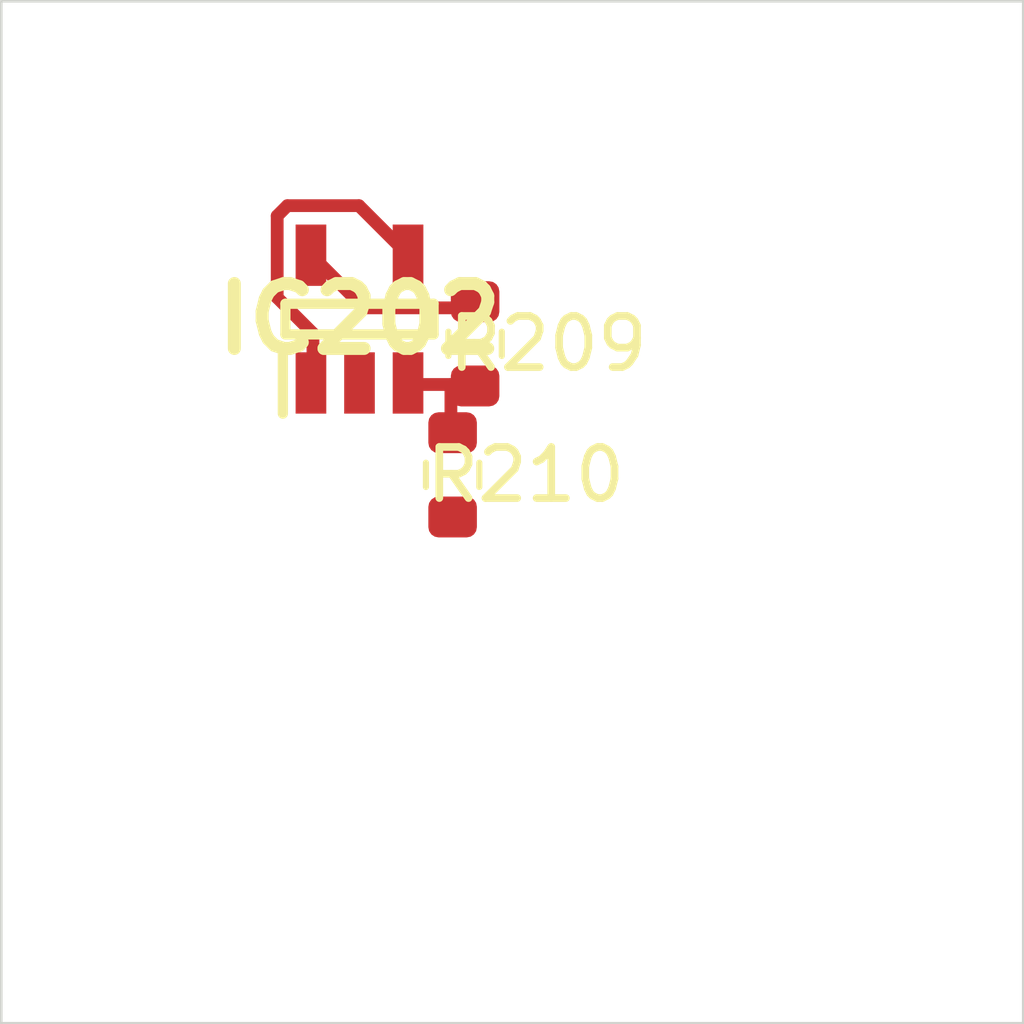
<source format=kicad_pcb>
 ( kicad_pcb  ( version 20171130 )
 ( host pcbnew 5.1.12-84ad8e8a86~92~ubuntu18.04.1 )
 ( general  ( thickness 1.6 )
 ( drawings 4 )
 ( tracks 0 )
 ( zones 0 )
 ( modules 3 )
 ( nets 5 )
)
 ( page A4 )
 ( layers  ( 0 F.Cu signal )
 ( 31 B.Cu signal )
 ( 32 B.Adhes user )
 ( 33 F.Adhes user )
 ( 34 B.Paste user )
 ( 35 F.Paste user )
 ( 36 B.SilkS user )
 ( 37 F.SilkS user )
 ( 38 B.Mask user )
 ( 39 F.Mask user )
 ( 40 Dwgs.User user )
 ( 41 Cmts.User user )
 ( 42 Eco1.User user )
 ( 43 Eco2.User user )
 ( 44 Edge.Cuts user )
 ( 45 Margin user )
 ( 46 B.CrtYd user )
 ( 47 F.CrtYd user )
 ( 48 B.Fab user )
 ( 49 F.Fab user )
)
 ( setup  ( last_trace_width 0.25 )
 ( trace_clearance 0.2 )
 ( zone_clearance 0.508 )
 ( zone_45_only no )
 ( trace_min 0.2 )
 ( via_size 0.8 )
 ( via_drill 0.4 )
 ( via_min_size 0.4 )
 ( via_min_drill 0.3 )
 ( uvia_size 0.3 )
 ( uvia_drill 0.1 )
 ( uvias_allowed no )
 ( uvia_min_size 0.2 )
 ( uvia_min_drill 0.1 )
 ( edge_width 0.05 )
 ( segment_width 0.2 )
 ( pcb_text_width 0.3 )
 ( pcb_text_size 1.5 1.5 )
 ( mod_edge_width 0.12 )
 ( mod_text_size 1 1 )
 ( mod_text_width 0.15 )
 ( pad_size 1.524 1.524 )
 ( pad_drill 0.762 )
 ( pad_to_mask_clearance 0 )
 ( aux_axis_origin 0 0 )
 ( visible_elements FFFFFF7F )
 ( pcbplotparams  ( layerselection 0x010fc_ffffffff )
 ( usegerberextensions false )
 ( usegerberattributes true )
 ( usegerberadvancedattributes true )
 ( creategerberjobfile true )
 ( excludeedgelayer true )
 ( linewidth 0.100000 )
 ( plotframeref false )
 ( viasonmask false )
 ( mode 1 )
 ( useauxorigin false )
 ( hpglpennumber 1 )
 ( hpglpenspeed 20 )
 ( hpglpendiameter 15.000000 )
 ( psnegative false )
 ( psa4output false )
 ( plotreference true )
 ( plotvalue true )
 ( plotinvisibletext false )
 ( padsonsilk false )
 ( subtractmaskfromsilk false )
 ( outputformat 1 )
 ( mirror false )
 ( drillshape 1 )
 ( scaleselection 1 )
 ( outputdirectory "" )
)
)
 ( net 0 "" )
 ( net 1 GND )
 ( net 2 VDDA )
 ( net 3 /Sheet6235D886/vp )
 ( net 4 "Net-(IC202-Pad3)" )
 ( net_class Default "This is the default net class."  ( clearance 0.2 )
 ( trace_width 0.25 )
 ( via_dia 0.8 )
 ( via_drill 0.4 )
 ( uvia_dia 0.3 )
 ( uvia_drill 0.1 )
 ( add_net /Sheet6235D886/vp )
 ( add_net GND )
 ( add_net "Net-(IC202-Pad3)" )
 ( add_net VDDA )
)
 ( module SOT95P280X145-5N locked  ( layer F.Cu )
 ( tedit 62336ED7 )
 ( tstamp 623423ED )
 ( at 87.010600 106.220000 90.000000 )
 ( descr DBV0005A )
 ( tags "Integrated Circuit" )
 ( path /6235D887/6266C08E )
 ( attr smd )
 ( fp_text reference IC202  ( at 0 0 )
 ( layer F.SilkS )
 ( effects  ( font  ( size 1.27 1.27 )
 ( thickness 0.254 )
)
)
)
 ( fp_text value TL071HIDBVR  ( at 0 0 )
 ( layer F.SilkS )
hide  ( effects  ( font  ( size 1.27 1.27 )
 ( thickness 0.254 )
)
)
)
 ( fp_line  ( start -1.85 -1.5 )
 ( end -0.65 -1.5 )
 ( layer F.SilkS )
 ( width 0.2 )
)
 ( fp_line  ( start -0.3 1.45 )
 ( end -0.3 -1.45 )
 ( layer F.SilkS )
 ( width 0.2 )
)
 ( fp_line  ( start 0.3 1.45 )
 ( end -0.3 1.45 )
 ( layer F.SilkS )
 ( width 0.2 )
)
 ( fp_line  ( start 0.3 -1.45 )
 ( end 0.3 1.45 )
 ( layer F.SilkS )
 ( width 0.2 )
)
 ( fp_line  ( start -0.3 -1.45 )
 ( end 0.3 -1.45 )
 ( layer F.SilkS )
 ( width 0.2 )
)
 ( fp_line  ( start -0.8 -0.5 )
 ( end 0.15 -1.45 )
 ( layer Dwgs.User )
 ( width 0.1 )
)
 ( fp_line  ( start -0.8 1.45 )
 ( end -0.8 -1.45 )
 ( layer Dwgs.User )
 ( width 0.1 )
)
 ( fp_line  ( start 0.8 1.45 )
 ( end -0.8 1.45 )
 ( layer Dwgs.User )
 ( width 0.1 )
)
 ( fp_line  ( start 0.8 -1.45 )
 ( end 0.8 1.45 )
 ( layer Dwgs.User )
 ( width 0.1 )
)
 ( fp_line  ( start -0.8 -1.45 )
 ( end 0.8 -1.45 )
 ( layer Dwgs.User )
 ( width 0.1 )
)
 ( fp_line  ( start -2.1 1.775 )
 ( end -2.1 -1.775 )
 ( layer Dwgs.User )
 ( width 0.05 )
)
 ( fp_line  ( start 2.1 1.775 )
 ( end -2.1 1.775 )
 ( layer Dwgs.User )
 ( width 0.05 )
)
 ( fp_line  ( start 2.1 -1.775 )
 ( end 2.1 1.775 )
 ( layer Dwgs.User )
 ( width 0.05 )
)
 ( fp_line  ( start -2.1 -1.775 )
 ( end 2.1 -1.775 )
 ( layer Dwgs.User )
 ( width 0.05 )
)
 ( pad 1 smd rect  ( at -1.25 -0.95 180.000000 )
 ( size 0.6 1.2 )
 ( layers F.Cu F.Mask F.Paste )
 ( net 3 /Sheet6235D886/vp )
)
 ( pad 2 smd rect  ( at -1.25 0 180.000000 )
 ( size 0.6 1.2 )
 ( layers F.Cu F.Mask F.Paste )
 ( net 1 GND )
)
 ( pad 3 smd rect  ( at -1.25 0.95 180.000000 )
 ( size 0.6 1.2 )
 ( layers F.Cu F.Mask F.Paste )
 ( net 4 "Net-(IC202-Pad3)" )
)
 ( pad 4 smd rect  ( at 1.25 0.95 180.000000 )
 ( size 0.6 1.2 )
 ( layers F.Cu F.Mask F.Paste )
 ( net 3 /Sheet6235D886/vp )
)
 ( pad 5 smd rect  ( at 1.25 -0.95 180.000000 )
 ( size 0.6 1.2 )
 ( layers F.Cu F.Mask F.Paste )
 ( net 2 VDDA )
)
)
 ( module Resistor_SMD:R_0603_1608Metric  ( layer F.Cu )
 ( tedit 5F68FEEE )
 ( tstamp 62342595 )
 ( at 89.273100 106.704000 270.000000 )
 ( descr "Resistor SMD 0603 (1608 Metric), square (rectangular) end terminal, IPC_7351 nominal, (Body size source: IPC-SM-782 page 72, https://www.pcb-3d.com/wordpress/wp-content/uploads/ipc-sm-782a_amendment_1_and_2.pdf), generated with kicad-footprint-generator" )
 ( tags resistor )
 ( path /6235D887/623CDBD9 )
 ( attr smd )
 ( fp_text reference R209  ( at 0 -1.43 )
 ( layer F.SilkS )
 ( effects  ( font  ( size 1 1 )
 ( thickness 0.15 )
)
)
)
 ( fp_text value 100k  ( at 0 1.43 )
 ( layer F.Fab )
 ( effects  ( font  ( size 1 1 )
 ( thickness 0.15 )
)
)
)
 ( fp_line  ( start -0.8 0.4125 )
 ( end -0.8 -0.4125 )
 ( layer F.Fab )
 ( width 0.1 )
)
 ( fp_line  ( start -0.8 -0.4125 )
 ( end 0.8 -0.4125 )
 ( layer F.Fab )
 ( width 0.1 )
)
 ( fp_line  ( start 0.8 -0.4125 )
 ( end 0.8 0.4125 )
 ( layer F.Fab )
 ( width 0.1 )
)
 ( fp_line  ( start 0.8 0.4125 )
 ( end -0.8 0.4125 )
 ( layer F.Fab )
 ( width 0.1 )
)
 ( fp_line  ( start -0.237258 -0.5225 )
 ( end 0.237258 -0.5225 )
 ( layer F.SilkS )
 ( width 0.12 )
)
 ( fp_line  ( start -0.237258 0.5225 )
 ( end 0.237258 0.5225 )
 ( layer F.SilkS )
 ( width 0.12 )
)
 ( fp_line  ( start -1.48 0.73 )
 ( end -1.48 -0.73 )
 ( layer F.CrtYd )
 ( width 0.05 )
)
 ( fp_line  ( start -1.48 -0.73 )
 ( end 1.48 -0.73 )
 ( layer F.CrtYd )
 ( width 0.05 )
)
 ( fp_line  ( start 1.48 -0.73 )
 ( end 1.48 0.73 )
 ( layer F.CrtYd )
 ( width 0.05 )
)
 ( fp_line  ( start 1.48 0.73 )
 ( end -1.48 0.73 )
 ( layer F.CrtYd )
 ( width 0.05 )
)
 ( fp_text user %R  ( at 0 0 )
 ( layer F.Fab )
 ( effects  ( font  ( size 0.4 0.4 )
 ( thickness 0.06 )
)
)
)
 ( pad 1 smd roundrect  ( at -0.825 0 270.000000 )
 ( size 0.8 0.95 )
 ( layers F.Cu F.Mask F.Paste )
 ( roundrect_rratio 0.25 )
 ( net 2 VDDA )
)
 ( pad 2 smd roundrect  ( at 0.825 0 270.000000 )
 ( size 0.8 0.95 )
 ( layers F.Cu F.Mask F.Paste )
 ( roundrect_rratio 0.25 )
 ( net 4 "Net-(IC202-Pad3)" )
)
 ( model ${KISYS3DMOD}/Resistor_SMD.3dshapes/R_0603_1608Metric.wrl  ( at  ( xyz 0 0 0 )
)
 ( scale  ( xyz 1 1 1 )
)
 ( rotate  ( xyz 0 0 0 )
)
)
)
 ( module Resistor_SMD:R_0603_1608Metric  ( layer F.Cu )
 ( tedit 5F68FEEE )
 ( tstamp 623425A6 )
 ( at 88.833200 109.268000 270.000000 )
 ( descr "Resistor SMD 0603 (1608 Metric), square (rectangular) end terminal, IPC_7351 nominal, (Body size source: IPC-SM-782 page 72, https://www.pcb-3d.com/wordpress/wp-content/uploads/ipc-sm-782a_amendment_1_and_2.pdf), generated with kicad-footprint-generator" )
 ( tags resistor )
 ( path /6235D887/623CDBDF )
 ( attr smd )
 ( fp_text reference R210  ( at 0 -1.43 )
 ( layer F.SilkS )
 ( effects  ( font  ( size 1 1 )
 ( thickness 0.15 )
)
)
)
 ( fp_text value 100k  ( at 0 1.43 )
 ( layer F.Fab )
 ( effects  ( font  ( size 1 1 )
 ( thickness 0.15 )
)
)
)
 ( fp_line  ( start 1.48 0.73 )
 ( end -1.48 0.73 )
 ( layer F.CrtYd )
 ( width 0.05 )
)
 ( fp_line  ( start 1.48 -0.73 )
 ( end 1.48 0.73 )
 ( layer F.CrtYd )
 ( width 0.05 )
)
 ( fp_line  ( start -1.48 -0.73 )
 ( end 1.48 -0.73 )
 ( layer F.CrtYd )
 ( width 0.05 )
)
 ( fp_line  ( start -1.48 0.73 )
 ( end -1.48 -0.73 )
 ( layer F.CrtYd )
 ( width 0.05 )
)
 ( fp_line  ( start -0.237258 0.5225 )
 ( end 0.237258 0.5225 )
 ( layer F.SilkS )
 ( width 0.12 )
)
 ( fp_line  ( start -0.237258 -0.5225 )
 ( end 0.237258 -0.5225 )
 ( layer F.SilkS )
 ( width 0.12 )
)
 ( fp_line  ( start 0.8 0.4125 )
 ( end -0.8 0.4125 )
 ( layer F.Fab )
 ( width 0.1 )
)
 ( fp_line  ( start 0.8 -0.4125 )
 ( end 0.8 0.4125 )
 ( layer F.Fab )
 ( width 0.1 )
)
 ( fp_line  ( start -0.8 -0.4125 )
 ( end 0.8 -0.4125 )
 ( layer F.Fab )
 ( width 0.1 )
)
 ( fp_line  ( start -0.8 0.4125 )
 ( end -0.8 -0.4125 )
 ( layer F.Fab )
 ( width 0.1 )
)
 ( fp_text user %R  ( at 0 0 )
 ( layer F.Fab )
 ( effects  ( font  ( size 0.4 0.4 )
 ( thickness 0.06 )
)
)
)
 ( pad 2 smd roundrect  ( at 0.825 0 270.000000 )
 ( size 0.8 0.95 )
 ( layers F.Cu F.Mask F.Paste )
 ( roundrect_rratio 0.25 )
 ( net 1 GND )
)
 ( pad 1 smd roundrect  ( at -0.825 0 270.000000 )
 ( size 0.8 0.95 )
 ( layers F.Cu F.Mask F.Paste )
 ( roundrect_rratio 0.25 )
 ( net 4 "Net-(IC202-Pad3)" )
)
 ( model ${KISYS3DMOD}/Resistor_SMD.3dshapes/R_0603_1608Metric.wrl  ( at  ( xyz 0 0 0 )
)
 ( scale  ( xyz 1 1 1 )
)
 ( rotate  ( xyz 0 0 0 )
)
)
)
 ( gr_line  ( start 100 100 )
 ( end 100 120 )
 ( layer Edge.Cuts )
 ( width 0.05 )
 ( tstamp 62E770C4 )
)
 ( gr_line  ( start 80 120 )
 ( end 100 120 )
 ( layer Edge.Cuts )
 ( width 0.05 )
 ( tstamp 62E770C0 )
)
 ( gr_line  ( start 80 100 )
 ( end 100 100 )
 ( layer Edge.Cuts )
 ( width 0.05 )
 ( tstamp 6234110C )
)
 ( gr_line  ( start 80 100 )
 ( end 80 120 )
 ( layer Edge.Cuts )
 ( width 0.05 )
)
 ( segment  ( start 89.300001 105.900002 )
 ( end 89.200001 106.000002 )
 ( width 0.250000 )
 ( layer F.Cu )
 ( net 2 )
)
 ( segment  ( start 89.200001 106.000002 )
 ( end 87.100001 106.000002 )
 ( width 0.250000 )
 ( layer F.Cu )
 ( net 2 )
)
 ( segment  ( start 87.100001 106.000002 )
 ( end 86.100001 105.000002 )
 ( width 0.250000 )
 ( layer F.Cu )
 ( net 2 )
)
 ( segment  ( start 88.000001 105.000002 )
 ( end 87.000001 104.000002 )
 ( width 0.250000 )
 ( layer F.Cu )
 ( net 3 )
)
 ( segment  ( start 87.000001 104.000002 )
 ( end 85.600001 104.000002 )
 ( width 0.250000 )
 ( layer F.Cu )
 ( net 3 )
)
 ( segment  ( start 85.600001 104.000002 )
 ( end 85.400001 104.200002 )
 ( width 0.250000 )
 ( layer F.Cu )
 ( net 3 )
)
 ( segment  ( start 85.400001 104.200002 )
 ( end 85.400001 105.800002 )
 ( width 0.250000 )
 ( layer F.Cu )
 ( net 3 )
)
 ( segment  ( start 85.400001 105.800002 )
 ( end 86.100001 106.500002 )
 ( width 0.250000 )
 ( layer F.Cu )
 ( net 3 )
)
 ( segment  ( start 86.100001 106.500002 )
 ( end 86.100001 107.500002 )
 ( width 0.250000 )
 ( layer F.Cu )
 ( net 3 )
)
 ( segment  ( start 89.300001 107.500002 )
 ( end 88.000001 107.500002 )
 ( width 0.250000 )
 ( layer F.Cu )
 ( net 4 )
)
 ( segment  ( start 88.800001 108.400002 )
 ( end 88.800001 107.500002 )
 ( width 0.250000 )
 ( layer F.Cu )
 ( net 4 )
)
)

</source>
